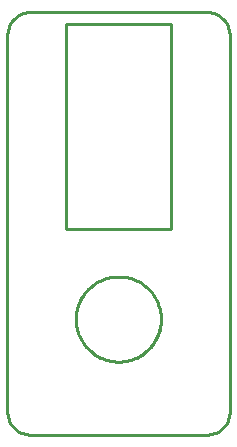
<source format=gko>
G04 EAGLE Gerber RS-274X export*
G75*
%MOMM*%
%FSLAX34Y34*%
%LPD*%
%INBoard Outline*%
%IPPOS*%
%AMOC8*
5,1,8,0,0,1.08239X$1,22.5*%
G01*
G04 Define Apertures*
%ADD10C,0.152400*%
%ADD11C,0.000000*%
%ADD12C,0.127000*%
%ADD13C,0.254000*%
D10*
X-36000Y-160000D02*
X-35989Y-159117D01*
X-35957Y-158234D01*
X-35902Y-157352D01*
X-35827Y-156471D01*
X-35729Y-155593D01*
X-35610Y-154718D01*
X-35470Y-153845D01*
X-35308Y-152977D01*
X-35125Y-152112D01*
X-34921Y-151253D01*
X-34696Y-150398D01*
X-34450Y-149550D01*
X-34183Y-148707D01*
X-33896Y-147872D01*
X-33588Y-147044D01*
X-33260Y-146223D01*
X-32912Y-145411D01*
X-32544Y-144608D01*
X-32156Y-143814D01*
X-31749Y-143030D01*
X-31323Y-142256D01*
X-30878Y-141492D01*
X-30415Y-140740D01*
X-29933Y-139999D01*
X-29433Y-139271D01*
X-28915Y-138555D01*
X-28380Y-137852D01*
X-27828Y-137162D01*
X-27260Y-136486D01*
X-26674Y-135824D01*
X-26073Y-135177D01*
X-25456Y-134544D01*
X-24823Y-133927D01*
X-24176Y-133326D01*
X-23514Y-132740D01*
X-22838Y-132172D01*
X-22148Y-131620D01*
X-21445Y-131085D01*
X-20729Y-130567D01*
X-20001Y-130067D01*
X-19260Y-129585D01*
X-18508Y-129122D01*
X-17744Y-128677D01*
X-16970Y-128251D01*
X-16186Y-127844D01*
X-15392Y-127456D01*
X-14589Y-127088D01*
X-13777Y-126740D01*
X-12956Y-126412D01*
X-12128Y-126104D01*
X-11293Y-125817D01*
X-10450Y-125550D01*
X-9602Y-125304D01*
X-8747Y-125079D01*
X-7888Y-124875D01*
X-7023Y-124692D01*
X-6155Y-124530D01*
X-5282Y-124390D01*
X-4407Y-124271D01*
X-3529Y-124173D01*
X-2648Y-124098D01*
X-1766Y-124043D01*
X-883Y-124011D01*
X0Y-124000D01*
X883Y-124011D01*
X1766Y-124043D01*
X2648Y-124098D01*
X3529Y-124173D01*
X4407Y-124271D01*
X5282Y-124390D01*
X6155Y-124530D01*
X7023Y-124692D01*
X7888Y-124875D01*
X8747Y-125079D01*
X9602Y-125304D01*
X10450Y-125550D01*
X11293Y-125817D01*
X12128Y-126104D01*
X12956Y-126412D01*
X13777Y-126740D01*
X14589Y-127088D01*
X15392Y-127456D01*
X16186Y-127844D01*
X16970Y-128251D01*
X17744Y-128677D01*
X18508Y-129122D01*
X19260Y-129585D01*
X20001Y-130067D01*
X20729Y-130567D01*
X21445Y-131085D01*
X22148Y-131620D01*
X22838Y-132172D01*
X23514Y-132740D01*
X24176Y-133326D01*
X24823Y-133927D01*
X25456Y-134544D01*
X26073Y-135177D01*
X26674Y-135824D01*
X27260Y-136486D01*
X27828Y-137162D01*
X28380Y-137852D01*
X28915Y-138555D01*
X29433Y-139271D01*
X29933Y-139999D01*
X30415Y-140740D01*
X30878Y-141492D01*
X31323Y-142256D01*
X31749Y-143030D01*
X32156Y-143814D01*
X32544Y-144608D01*
X32912Y-145411D01*
X33260Y-146223D01*
X33588Y-147044D01*
X33896Y-147872D01*
X34183Y-148707D01*
X34450Y-149550D01*
X34696Y-150398D01*
X34921Y-151253D01*
X35125Y-152112D01*
X35308Y-152977D01*
X35470Y-153845D01*
X35610Y-154718D01*
X35729Y-155593D01*
X35827Y-156471D01*
X35902Y-157352D01*
X35957Y-158234D01*
X35989Y-159117D01*
X36000Y-160000D01*
X35989Y-160883D01*
X35957Y-161766D01*
X35902Y-162648D01*
X35827Y-163529D01*
X35729Y-164407D01*
X35610Y-165282D01*
X35470Y-166155D01*
X35308Y-167023D01*
X35125Y-167888D01*
X34921Y-168747D01*
X34696Y-169602D01*
X34450Y-170450D01*
X34183Y-171293D01*
X33896Y-172128D01*
X33588Y-172956D01*
X33260Y-173777D01*
X32912Y-174589D01*
X32544Y-175392D01*
X32156Y-176186D01*
X31749Y-176970D01*
X31323Y-177744D01*
X30878Y-178508D01*
X30415Y-179260D01*
X29933Y-180001D01*
X29433Y-180729D01*
X28915Y-181445D01*
X28380Y-182148D01*
X27828Y-182838D01*
X27260Y-183514D01*
X26674Y-184176D01*
X26073Y-184823D01*
X25456Y-185456D01*
X24823Y-186073D01*
X24176Y-186674D01*
X23514Y-187260D01*
X22838Y-187828D01*
X22148Y-188380D01*
X21445Y-188915D01*
X20729Y-189433D01*
X20001Y-189933D01*
X19260Y-190415D01*
X18508Y-190878D01*
X17744Y-191323D01*
X16970Y-191749D01*
X16186Y-192156D01*
X15392Y-192544D01*
X14589Y-192912D01*
X13777Y-193260D01*
X12956Y-193588D01*
X12128Y-193896D01*
X11293Y-194183D01*
X10450Y-194450D01*
X9602Y-194696D01*
X8747Y-194921D01*
X7888Y-195125D01*
X7023Y-195308D01*
X6155Y-195470D01*
X5282Y-195610D01*
X4407Y-195729D01*
X3529Y-195827D01*
X2648Y-195902D01*
X1766Y-195957D01*
X883Y-195989D01*
X0Y-196000D01*
X-883Y-195989D01*
X-1766Y-195957D01*
X-2648Y-195902D01*
X-3529Y-195827D01*
X-4407Y-195729D01*
X-5282Y-195610D01*
X-6155Y-195470D01*
X-7023Y-195308D01*
X-7888Y-195125D01*
X-8747Y-194921D01*
X-9602Y-194696D01*
X-10450Y-194450D01*
X-11293Y-194183D01*
X-12128Y-193896D01*
X-12956Y-193588D01*
X-13777Y-193260D01*
X-14589Y-192912D01*
X-15392Y-192544D01*
X-16186Y-192156D01*
X-16970Y-191749D01*
X-17744Y-191323D01*
X-18508Y-190878D01*
X-19260Y-190415D01*
X-20001Y-189933D01*
X-20729Y-189433D01*
X-21445Y-188915D01*
X-22148Y-188380D01*
X-22838Y-187828D01*
X-23514Y-187260D01*
X-24176Y-186674D01*
X-24823Y-186073D01*
X-25456Y-185456D01*
X-26073Y-184823D01*
X-26674Y-184176D01*
X-27260Y-183514D01*
X-27828Y-182838D01*
X-28380Y-182148D01*
X-28915Y-181445D01*
X-29433Y-180729D01*
X-29933Y-180001D01*
X-30415Y-179260D01*
X-30878Y-178508D01*
X-31323Y-177744D01*
X-31749Y-176970D01*
X-32156Y-176186D01*
X-32544Y-175392D01*
X-32912Y-174589D01*
X-33260Y-173777D01*
X-33588Y-172956D01*
X-33896Y-172128D01*
X-34183Y-171293D01*
X-34450Y-170450D01*
X-34696Y-169602D01*
X-34921Y-168747D01*
X-35125Y-167888D01*
X-35308Y-167023D01*
X-35470Y-166155D01*
X-35610Y-165282D01*
X-35729Y-164407D01*
X-35827Y-163529D01*
X-35902Y-162648D01*
X-35957Y-161766D01*
X-35989Y-160883D01*
X-36000Y-160000D01*
D11*
X-94250Y80000D02*
X-94244Y80483D01*
X-94227Y80966D01*
X-94197Y81449D01*
X-94157Y81930D01*
X-94104Y82411D01*
X-94040Y82890D01*
X-93965Y83367D01*
X-93877Y83843D01*
X-93779Y84316D01*
X-93669Y84786D01*
X-93548Y85254D01*
X-93415Y85719D01*
X-93271Y86180D01*
X-93116Y86638D01*
X-92950Y87092D01*
X-92773Y87542D01*
X-92586Y87987D01*
X-92387Y88428D01*
X-92179Y88864D01*
X-91959Y89294D01*
X-91729Y89720D01*
X-91489Y90139D01*
X-91239Y90553D01*
X-90979Y90960D01*
X-90710Y91361D01*
X-90430Y91756D01*
X-90142Y92143D01*
X-89843Y92524D01*
X-89536Y92897D01*
X-89220Y93262D01*
X-88895Y93620D01*
X-88562Y93970D01*
X-88220Y94312D01*
X-87870Y94645D01*
X-87512Y94970D01*
X-87147Y95286D01*
X-86774Y95593D01*
X-86393Y95892D01*
X-86006Y96180D01*
X-85611Y96460D01*
X-85210Y96729D01*
X-84803Y96989D01*
X-84389Y97239D01*
X-83970Y97479D01*
X-83544Y97709D01*
X-83114Y97929D01*
X-82678Y98137D01*
X-82237Y98336D01*
X-81792Y98523D01*
X-81342Y98700D01*
X-80888Y98866D01*
X-80430Y99021D01*
X-79969Y99165D01*
X-79504Y99298D01*
X-79036Y99419D01*
X-78566Y99529D01*
X-78093Y99627D01*
X-77617Y99715D01*
X-77140Y99790D01*
X-76661Y99854D01*
X-76180Y99907D01*
X-75699Y99947D01*
X-75216Y99977D01*
X-74733Y99994D01*
X-74250Y100000D01*
X-94250Y80000D02*
X-94250Y-238000D01*
X-94244Y-238483D01*
X-94227Y-238966D01*
X-94197Y-239449D01*
X-94157Y-239930D01*
X-94104Y-240411D01*
X-94040Y-240890D01*
X-93965Y-241367D01*
X-93877Y-241843D01*
X-93779Y-242316D01*
X-93669Y-242786D01*
X-93548Y-243254D01*
X-93415Y-243719D01*
X-93271Y-244180D01*
X-93116Y-244638D01*
X-92950Y-245092D01*
X-92773Y-245542D01*
X-92586Y-245987D01*
X-92387Y-246428D01*
X-92179Y-246864D01*
X-91959Y-247294D01*
X-91729Y-247720D01*
X-91489Y-248139D01*
X-91239Y-248553D01*
X-90979Y-248960D01*
X-90710Y-249361D01*
X-90430Y-249756D01*
X-90142Y-250143D01*
X-89843Y-250524D01*
X-89536Y-250897D01*
X-89220Y-251262D01*
X-88895Y-251620D01*
X-88562Y-251970D01*
X-88220Y-252312D01*
X-87870Y-252645D01*
X-87512Y-252970D01*
X-87147Y-253286D01*
X-86774Y-253593D01*
X-86393Y-253892D01*
X-86006Y-254180D01*
X-85611Y-254460D01*
X-85210Y-254729D01*
X-84803Y-254989D01*
X-84389Y-255239D01*
X-83970Y-255479D01*
X-83544Y-255709D01*
X-83114Y-255929D01*
X-82678Y-256137D01*
X-82237Y-256336D01*
X-81792Y-256523D01*
X-81342Y-256700D01*
X-80888Y-256866D01*
X-80430Y-257021D01*
X-79969Y-257165D01*
X-79504Y-257298D01*
X-79036Y-257419D01*
X-78566Y-257529D01*
X-78093Y-257627D01*
X-77617Y-257715D01*
X-77140Y-257790D01*
X-76661Y-257854D01*
X-76180Y-257907D01*
X-75699Y-257947D01*
X-75216Y-257977D01*
X-74733Y-257994D01*
X-74250Y-258000D01*
X74250Y-258000D01*
X74733Y-257994D01*
X75216Y-257977D01*
X75699Y-257947D01*
X76180Y-257907D01*
X76661Y-257854D01*
X77140Y-257790D01*
X77617Y-257715D01*
X78093Y-257627D01*
X78566Y-257529D01*
X79036Y-257419D01*
X79504Y-257298D01*
X79969Y-257165D01*
X80430Y-257021D01*
X80888Y-256866D01*
X81342Y-256700D01*
X81792Y-256523D01*
X82237Y-256336D01*
X82678Y-256137D01*
X83114Y-255929D01*
X83544Y-255709D01*
X83970Y-255479D01*
X84389Y-255239D01*
X84803Y-254989D01*
X85210Y-254729D01*
X85611Y-254460D01*
X86006Y-254180D01*
X86393Y-253892D01*
X86774Y-253593D01*
X87147Y-253286D01*
X87512Y-252970D01*
X87870Y-252645D01*
X88220Y-252312D01*
X88562Y-251970D01*
X88895Y-251620D01*
X89220Y-251262D01*
X89536Y-250897D01*
X89843Y-250524D01*
X90142Y-250143D01*
X90430Y-249756D01*
X90710Y-249361D01*
X90979Y-248960D01*
X91239Y-248553D01*
X91489Y-248139D01*
X91729Y-247720D01*
X91959Y-247294D01*
X92179Y-246864D01*
X92387Y-246428D01*
X92586Y-245987D01*
X92773Y-245542D01*
X92950Y-245092D01*
X93116Y-244638D01*
X93271Y-244180D01*
X93415Y-243719D01*
X93548Y-243254D01*
X93669Y-242786D01*
X93779Y-242316D01*
X93877Y-241843D01*
X93965Y-241367D01*
X94040Y-240890D01*
X94104Y-240411D01*
X94157Y-239930D01*
X94197Y-239449D01*
X94227Y-238966D01*
X94244Y-238483D01*
X94250Y-238000D01*
X94250Y80000D01*
X94244Y80483D01*
X94227Y80966D01*
X94197Y81449D01*
X94157Y81930D01*
X94104Y82411D01*
X94040Y82890D01*
X93965Y83367D01*
X93877Y83843D01*
X93779Y84316D01*
X93669Y84786D01*
X93548Y85254D01*
X93415Y85719D01*
X93271Y86180D01*
X93116Y86638D01*
X92950Y87092D01*
X92773Y87542D01*
X92586Y87987D01*
X92387Y88428D01*
X92179Y88864D01*
X91959Y89294D01*
X91729Y89720D01*
X91489Y90139D01*
X91239Y90553D01*
X90979Y90960D01*
X90710Y91361D01*
X90430Y91756D01*
X90142Y92143D01*
X89843Y92524D01*
X89536Y92897D01*
X89220Y93262D01*
X88895Y93620D01*
X88562Y93970D01*
X88220Y94312D01*
X87870Y94645D01*
X87512Y94970D01*
X87147Y95286D01*
X86774Y95593D01*
X86393Y95892D01*
X86006Y96180D01*
X85611Y96460D01*
X85210Y96729D01*
X84803Y96989D01*
X84389Y97239D01*
X83970Y97479D01*
X83544Y97709D01*
X83114Y97929D01*
X82678Y98137D01*
X82237Y98336D01*
X81792Y98523D01*
X81342Y98700D01*
X80888Y98866D01*
X80430Y99021D01*
X79969Y99165D01*
X79504Y99298D01*
X79036Y99419D01*
X78566Y99529D01*
X78093Y99627D01*
X77617Y99715D01*
X77140Y99790D01*
X76661Y99854D01*
X76180Y99907D01*
X75699Y99947D01*
X75216Y99977D01*
X74733Y99994D01*
X74250Y100000D01*
X-74250Y100000D01*
D12*
X-44450Y-83400D02*
X44450Y-83400D01*
X44450Y89525D01*
X-44450Y89525D01*
X-44450Y-83400D01*
D13*
X-94250Y-238000D02*
X-94174Y-239743D01*
X-93946Y-241473D01*
X-93569Y-243176D01*
X-93044Y-244840D01*
X-92376Y-246452D01*
X-91571Y-248000D01*
X-90633Y-249472D01*
X-89571Y-250856D01*
X-88392Y-252142D01*
X-87106Y-253321D01*
X-85722Y-254383D01*
X-84250Y-255321D01*
X-82702Y-256126D01*
X-81090Y-256794D01*
X-79426Y-257319D01*
X-77723Y-257696D01*
X-75993Y-257924D01*
X-74250Y-258000D01*
X74250Y-258000D01*
X75993Y-257924D01*
X77723Y-257696D01*
X79426Y-257319D01*
X81090Y-256794D01*
X82702Y-256126D01*
X84250Y-255321D01*
X85722Y-254383D01*
X87106Y-253321D01*
X88392Y-252142D01*
X89571Y-250856D01*
X90633Y-249472D01*
X91571Y-248000D01*
X92376Y-246452D01*
X93044Y-244840D01*
X93569Y-243176D01*
X93946Y-241473D01*
X94174Y-239743D01*
X94250Y-238000D01*
X94250Y80000D01*
X94174Y81743D01*
X93946Y83473D01*
X93569Y85176D01*
X93044Y86840D01*
X92376Y88452D01*
X91571Y90000D01*
X90633Y91472D01*
X89571Y92856D01*
X88392Y94142D01*
X87106Y95321D01*
X85722Y96383D01*
X84250Y97321D01*
X82702Y98126D01*
X81090Y98794D01*
X79426Y99319D01*
X77723Y99696D01*
X75993Y99924D01*
X74250Y100000D01*
X-74250Y100000D01*
X-75993Y99924D01*
X-77723Y99696D01*
X-79426Y99319D01*
X-81090Y98794D01*
X-82702Y98126D01*
X-84250Y97321D01*
X-85722Y96383D01*
X-87106Y95321D01*
X-88392Y94142D01*
X-89571Y92856D01*
X-90633Y91472D01*
X-91571Y90000D01*
X-92376Y88452D01*
X-93044Y86840D01*
X-93569Y85176D01*
X-93946Y83473D01*
X-94174Y81743D01*
X-94250Y80000D01*
X-94250Y-238000D01*
X-44450Y-83400D02*
X44450Y-83400D01*
X44450Y89525D01*
X-44450Y89525D01*
X-44450Y-83400D01*
X36000Y-160832D02*
X36000Y-159168D01*
X35923Y-157507D01*
X35770Y-155850D01*
X35540Y-154203D01*
X35234Y-152567D01*
X34853Y-150948D01*
X34398Y-149348D01*
X33869Y-147771D01*
X33269Y-146220D01*
X32597Y-144698D01*
X31855Y-143209D01*
X31046Y-141756D01*
X30170Y-140341D01*
X29230Y-138969D01*
X28227Y-137641D01*
X27165Y-136362D01*
X26044Y-135132D01*
X24868Y-133956D01*
X23638Y-132835D01*
X22359Y-131773D01*
X21031Y-130770D01*
X19659Y-129830D01*
X18244Y-128954D01*
X16791Y-128145D01*
X15302Y-127403D01*
X13780Y-126731D01*
X12229Y-126131D01*
X10652Y-125602D01*
X9052Y-125147D01*
X7433Y-124766D01*
X5797Y-124460D01*
X4150Y-124230D01*
X2493Y-124077D01*
X832Y-124000D01*
X-832Y-124000D01*
X-2493Y-124077D01*
X-4150Y-124230D01*
X-5797Y-124460D01*
X-7433Y-124766D01*
X-9052Y-125147D01*
X-10652Y-125602D01*
X-12229Y-126131D01*
X-13780Y-126731D01*
X-15302Y-127403D01*
X-16791Y-128145D01*
X-18244Y-128954D01*
X-19659Y-129830D01*
X-21031Y-130770D01*
X-22359Y-131773D01*
X-23638Y-132835D01*
X-24868Y-133956D01*
X-26044Y-135132D01*
X-27165Y-136362D01*
X-28227Y-137641D01*
X-29230Y-138969D01*
X-30170Y-140341D01*
X-31046Y-141756D01*
X-31855Y-143209D01*
X-32597Y-144698D01*
X-33269Y-146220D01*
X-33869Y-147771D01*
X-34398Y-149348D01*
X-34853Y-150948D01*
X-35234Y-152567D01*
X-35540Y-154203D01*
X-35770Y-155850D01*
X-35923Y-157507D01*
X-36000Y-159168D01*
X-36000Y-160832D01*
X-35923Y-162493D01*
X-35770Y-164150D01*
X-35540Y-165797D01*
X-35234Y-167433D01*
X-34853Y-169052D01*
X-34398Y-170652D01*
X-33869Y-172229D01*
X-33269Y-173780D01*
X-32597Y-175302D01*
X-31855Y-176791D01*
X-31046Y-178244D01*
X-30170Y-179659D01*
X-29230Y-181031D01*
X-28227Y-182359D01*
X-27165Y-183638D01*
X-26044Y-184868D01*
X-24868Y-186044D01*
X-23638Y-187165D01*
X-22359Y-188227D01*
X-21031Y-189230D01*
X-19659Y-190170D01*
X-18244Y-191046D01*
X-16791Y-191855D01*
X-15302Y-192597D01*
X-13780Y-193269D01*
X-12229Y-193869D01*
X-10652Y-194398D01*
X-9052Y-194853D01*
X-7433Y-195234D01*
X-5797Y-195540D01*
X-4150Y-195770D01*
X-2493Y-195923D01*
X-832Y-196000D01*
X832Y-196000D01*
X2493Y-195923D01*
X4150Y-195770D01*
X5797Y-195540D01*
X7433Y-195234D01*
X9052Y-194853D01*
X10652Y-194398D01*
X12229Y-193869D01*
X13780Y-193269D01*
X15302Y-192597D01*
X16791Y-191855D01*
X18244Y-191046D01*
X19659Y-190170D01*
X21031Y-189230D01*
X22359Y-188227D01*
X23638Y-187165D01*
X24868Y-186044D01*
X26044Y-184868D01*
X27165Y-183638D01*
X28227Y-182359D01*
X29230Y-181031D01*
X30170Y-179659D01*
X31046Y-178244D01*
X31855Y-176791D01*
X32597Y-175302D01*
X33269Y-173780D01*
X33869Y-172229D01*
X34398Y-170652D01*
X34853Y-169052D01*
X35234Y-167433D01*
X35540Y-165797D01*
X35770Y-164150D01*
X35923Y-162493D01*
X36000Y-160832D01*
M02*

</source>
